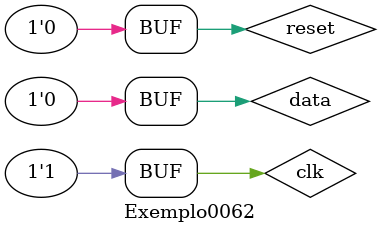
<source format=v>

`include "flip_flop_d.v"

module reg_desloc_dir3(output [4:0]saida, input data, input clk, input reset);

wire s0, d1, d2, d3, d4, data_n;

or or1(s0, saida[0], data);
not not1(data_n, data);

//Declaração das portas
and and1(d1, saida[4], data_n);
and and2(d2, saida[3], data_n);
and and3(d3, saida[2], data_n);
and and4(d4, saida[1], data_n);

//Chamada dos flip-flops
flip_flop_d fpd1(saida[4], s0, clk, reset);
flip_flop_d fpd2(saida[3], d1, clk, reset);
flip_flop_d fpd3(saida[2], d2, clk, reset);
flip_flop_d fpd4(saida[1], d3, clk, reset);
flip_flop_d fpd5(saida[0], d4, clk, reset);

endmodule //reg_desloc_dir

// ----------------
// Exemplo0062
// ----------------
module Exemplo0062;

//----------------- Definir dados
reg data, reset, clk;
wire [4:0]saida;

// ---------------- Instância
 reg_desloc_dir3 rdd3(saida, data, clk, reset);

// ---------------- Preparação
 initial begin: start
  data = 1'b1;
  reset = 1'b0;
  clk = 1'b1;
 end

// ----------------- Parte principal
 initial begin: main
  $display("Exemplo0062 - Josemar Alves Caetano - 448662.");
  $display("Teste Registrador de deslocamento para direita circular.");

  $monitor("Saida: %b", saida);

 #1 data = 1'b0; clk = 1'b0;
 #1 data = 1'b0; clk = 1'b1;
 #1 data = 1'b0; clk = 1'b0;
 #1 data = 1'b0; clk = 1'b1;
 #1 data = 1'b0; clk = 1'b0;
 #1 data = 1'b0; clk = 1'b1;
 #1 data = 1'b0; clk = 1'b0;
 #1 data = 1'b0; clk = 1'b1;
 #1 data = 1'b0;
 #1 data = 1'b0; clk = 1'b0;
 #1 data = 1'b0; clk = 1'b1;
 #1 data = 1'b0; clk = 1'b0;
 #1 data = 1'b0; clk = 1'b1;
 #1 data = 1'b0; clk = 1'b0;
 #1 data = 1'b0; clk = 1'b1;
 #1 data = 1'b0; clk = 1'b0;
 #1 data = 1'b0; clk = 1'b1;
 #1 data = 1'b0; clk = 1'b0;
 #1 data = 1'b0; clk = 1'b1;

end

endmodule //Exemplo0062



</source>
